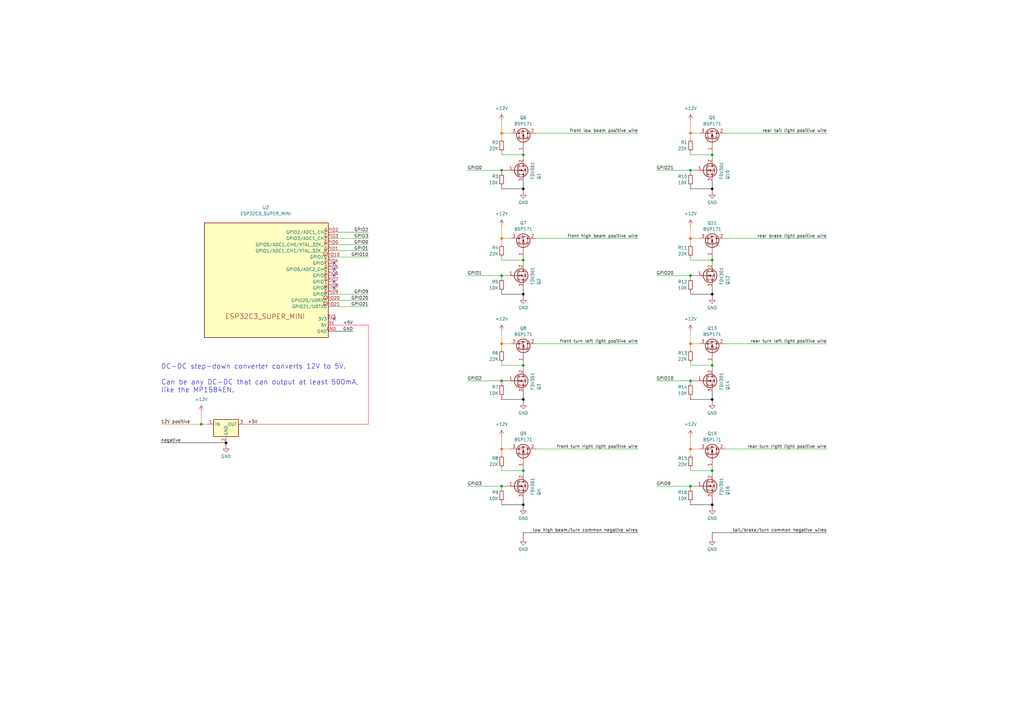
<source format=kicad_sch>
(kicad_sch (version 20250114) (generator "eeschema") (generator_version "9.0")
  (paper "A3")
  (lib_symbols
    (symbol "Converter_DCDC:OKI-78SR-3.3_1.5-W36-C"
      (property "Reference" "U" (at -3.81 3.175 0))
      (property "Value" "OKI-78SR-3.3_1.5-W36-C" (at 0 3.175 0))
      (symbol "OKI-78SR-3.3_1.5-W36-C_0_1"
        (rectangle (start -5.08 1.905) (end 5.08 -5.08) (stroke (width 0.254)) (fill (type background)))
      )
      (symbol "OKI-78SR-3.3_1.5-W36-C_1_1"
        (pin power_in line (at -7.62 0 0) (length 2.54) (name "IN") (number "1"))
        (pin power_in line (at 0 -7.62 90) (length 2.54) (name "GND") (number "2"))
        (pin power_out line (at 7.62 0 180) (length 2.54) (name "OUT") (number "3"))
      )
    )
    (symbol "Device:R_Small" (pin_numbers (hide yes)) (pin_names (offset 0.254) (hide yes))
      (property "Reference" "R" (at 0.762 0.508 0))
      (property "Value" "R_Small" (at 0.762 -1.016 0))
      (symbol "R_Small_0_1"
        (rectangle (start -0.762 1.778) (end 0.762 -1.778) (stroke (width 0.2032)))
      )
      (symbol "R_Small_1_1"
        (pin passive line (at 0 2.54 270) (length 0.762) (name "~") (number "1"))
        (pin passive line (at 0 -2.54 90) (length 0.762) (name "~") (number "2"))
      )
    )
    (symbol "Espressif:ESP32-C3-MINI-1"
      (property "Reference" "U2" (at 0.254 29.21 0))
      (property "Value" "ESP32C3_SUPER_MINI" (at 0.254 26.67 0))
      (symbol "ESP32-C3-MINI-1_0_1"
        (rectangle (start -25.4 22.86) (end 25.4 -24.13) (stroke (width 0.254)) (fill (type background)))
      )
      (symbol "ESP32-C3-MINI-1_1_0"
        (text "ESP32C3_SUPER_MINI" (at 0.508 -15.494 0) (effects (font (size 2 2))))
      )
      (symbol "ESP32-C3-MINI-1_1_1"
        (pin bidirectional line (at -27.94 19.05 0) (length 2.54) (name "GPIO2/ADC1_CH2") (number "GPIO2"))
        (pin bidirectional line (at -27.94 16.51 0) (length 2.54) (name "GPIO3/ADC1_CH3") (number "GPIO3"))
        (pin bidirectional line (at -27.94 13.97 0) (length 2.54) (name "GPIO0/ADC1_CH0/XTAL_32K_P") (number "GPIO0"))
        (pin bidirectional line (at -27.94 11.43 0) (length 2.54) (name "GPIO1/ADC1_CH1/XTAL_32K_N") (number "GPIO1"))
        (pin bidirectional line (at -27.94 8.89 0) (length 2.54) (name "GPIO10") (number "GPIO10"))
        (pin bidirectional line (at -27.94 6.35 0) (length 2.54) (name "GPIO4") (number "GPIO4"))
        (pin bidirectional line (at -27.94 3.81 0) (length 2.54) (name "GPIO5/ADC2_CH0") (number "GPIO5"))
        (pin bidirectional line (at -27.94 1.27 0) (length 2.54) (name "GPIO6") (number "GPIO6"))
        (pin bidirectional line (at -27.94 -1.27 0) (length 2.54) (name "GPIO7") (number "GPIO7"))
        (pin bidirectional line (at -27.94 -3.81 0) (length 2.54) (name "GPIO8") (number "GPIO8"))
        (pin bidirectional line (at -27.94 -6.35 0) (length 2.54) (name "GPIO9") (number "GPIO9"))
        (pin bidirectional line (at -27.94 -8.89 0) (length 2.54) (name "GPIO20/U0RXD") (number "GPIO20"))
        (pin bidirectional line (at -27.94 -11.43 0) (length 2.54) (name "GPIO21/U0TXD") (number "GPIO21"))
        (pin power_in line (at -27.94 -16.51 0) (length 2.54) (name "3V3") (number "3V3"))
        (pin power_in line (at -27.94 -19.05 0) (length 2.54) (name "5V") (number "5V"))
        (pin power_in line (at -27.94 -21.59 0) (length 2.54) (name "GND") (number "GND"))
      )
    )
    (symbol "Transistor_FET:BSP129" (pin_names (hide yes))
      (property "Reference" "Q" (at 5.08 1.905 0))
      (property "Value" "BSP129" (at 5.08 0 0))
      (symbol "BSP129_0_1"
        (polyline (pts (xy 0.254 1.905) (xy 0.254 -1.905)) (stroke (width 0.254)))
        (polyline (pts (xy 0.254 0) (xy -2.54 0)))
        (polyline (pts (xy 0.762 2.286) (xy 0.762 1.27)) (stroke (width 0.254)))
        (polyline (pts (xy 0.762 0.508) (xy 0.762 -0.508)) (stroke (width 0.254)))
        (polyline (pts (xy 0.762 -1.27) (xy 0.762 -2.286)) (stroke (width 0.254)))
        (polyline (pts (xy 0.762 -1.778) (xy 3.302 -1.778) (xy 3.302 1.778) (xy 0.762 1.778)))
        (polyline (pts (xy 1.016 0) (xy 2.032 0.381) (xy 2.032 -0.381) (xy 1.016 0)) (fill (type outline)))
        (circle (center 1.651 0) (radius 2.794) (stroke (width 0.254)))
        (polyline (pts (xy 2.54 2.54) (xy 2.54 1.778)))
        (circle (center 2.54 1.778) (radius 0.254) (fill (type outline)))
        (circle (center 2.54 -1.778) (radius 0.254) (fill (type outline)))
        (polyline (pts (xy 2.54 -2.54) (xy 2.54 0) (xy 0.762 0)))
        (polyline (pts (xy 2.794 0.508) (xy 2.921 0.381) (xy 3.683 0.381) (xy 3.81 0.254)))
        (polyline (pts (xy 3.302 0.381) (xy 2.921 -0.254) (xy 3.683 -0.254) (xy 3.302 0.381)))
      )
      (symbol "BSP129_1_1"
        (pin input line (at -5.08 0 0) (length 5.08) (name "G") (number "1"))
        (pin passive line (at 2.54 5.08 270) (length 2.54) (name "D") (number "2"))
        (pin passive line (at 2.54 -5.08 90) (length 2.54) (name "S") (number "3"))
      )
    )
    (symbol "Transistor_FET:IRF9540N" (pin_names (hide yes))
      (property "Reference" "Q" (at 5.08 1.905 0))
      (property "Value" "IRF9540N" (at 5.08 0 0))
      (symbol "IRF9540N_0_1"
        (polyline (pts (xy 0.254 1.905) (xy 0.254 -1.905)) (stroke (width 0.254)))
        (polyline (pts (xy 0.254 0) (xy -2.54 0)))
        (polyline (pts (xy 0.762 2.286) (xy 0.762 1.27)) (stroke (width 0.254)))
        (polyline (pts (xy 0.762 1.778) (xy 3.302 1.778) (xy 3.302 -1.778) (xy 0.762 -1.778)))
        (polyline (pts (xy 0.762 0.508) (xy 0.762 -0.508)) (stroke (width 0.254)))
        (polyline (pts (xy 0.762 -1.27) (xy 0.762 -2.286)) (stroke (width 0.254)))
        (circle (center 1.651 0) (radius 2.794) (stroke (width 0.254)))
        (polyline (pts (xy 2.286 0) (xy 1.27 0.381) (xy 1.27 -0.381) (xy 2.286 0)) (fill (type outline)))
        (polyline (pts (xy 2.54 2.54) (xy 2.54 1.778)))
        (circle (center 2.54 1.778) (radius 0.254) (fill (type outline)))
        (circle (center 2.54 -1.778) (radius 0.254) (fill (type outline)))
        (polyline (pts (xy 2.54 -2.54) (xy 2.54 0) (xy 0.762 0)))
        (polyline (pts (xy 2.794 -0.508) (xy 2.921 -0.381) (xy 3.683 -0.381) (xy 3.81 -0.254)))
        (polyline (pts (xy 3.302 -0.381) (xy 2.921 0.254) (xy 3.683 0.254) (xy 3.302 -0.381)))
      )
      (symbol "IRF9540N_1_1"
        (pin input line (at -5.08 0 0) (length 2.54) (name "G") (number "1"))
        (pin passive line (at 2.54 5.08 270) (length 2.54) (name "D") (number "2"))
        (pin passive line (at 2.54 -5.08 90) (length 2.54) (name "S") (number "3"))
      )
    )
    (symbol "power:+12V" (power) (pin_names (offset 0))
      (property "Value" "+12V" (at 0 3.556 0))
      (symbol "+12V_0_1"
        (polyline (pts (xy -0.762 1.27) (xy 0 2.54)))
        (polyline (pts (xy 0 2.54) (xy 0.762 1.27)))
        (polyline (pts (xy 0 0) (xy 0 2.54)))
      )
      (symbol "+12V_1_1"
        (pin power_in line (at 0 0 90) (length 0) (hide yes) (name "+12V") (number "1"))
      )
    )
    (symbol "power:GND" (power) (pin_names (offset 0))
      (property "Value" "GND" (at 0 -3.81 0))
      (symbol "GND_0_1"
        (polyline (pts (xy 0 0) (xy 0 -1.27) (xy 1.27 -1.27) (xy 0 -2.54) (xy -1.27 -1.27) (xy 0 -1.27)))
      )
      (symbol "GND_1_1"
        (pin power_in line (at 0 0 270) (length 0) (hide yes) (name "GND") (number "1"))
      )
    )
  )
  (text "DC-DC step-down converter converts 12V to 5V.\n\nCan be any DC-DC that can output at least 500mA,\nlike the MP1584EN." (at 66.04 161.29 0) (effects (font (size 2.0066 2.0066)) (justify left bottom)))
  (junction (at 205.74 140.97) (color 204 102 0 1))
  (junction (at 214.63 149.86))
  (junction (at 205.74 113.03))
  (junction (at 205.74 54.61) (color 204 102 0 1))
  (junction (at 214.63 193.04))
  (junction (at 214.63 207.01) (color 0 0 0 1))
  (junction (at 283.21 156.21))
  (junction (at 205.74 69.85))
  (junction (at 214.63 106.68))
  (junction (at 292.1 77.47) (color 0 0 0 1))
  (junction (at 283.21 113.03))
  (junction (at 92.71 181.61) (color 0 0 0 1))
  (junction (at 292.1 106.68))
  (junction (at 283.21 54.61) (color 204 102 0 1))
  (junction (at 283.21 199.39))
  (junction (at 283.21 140.97) (color 204 102 0 1))
  (junction (at 214.63 120.65) (color 0 0 0 1))
  (junction (at 292.1 207.01) (color 0 0 0 1))
  (junction (at 292.1 163.83) (color 0 0 0 1))
  (junction (at 214.63 163.83) (color 0 0 0 1))
  (junction (at 205.74 156.21))
  (junction (at 205.74 97.79) (color 204 102 0 1))
  (junction (at 205.74 184.15) (color 204 102 0 1))
  (junction (at 292.1 149.86))
  (junction (at 283.21 97.79) (color 204 102 0 1))
  (junction (at 283.21 69.85))
  (junction (at 292.1 63.5))
  (junction (at 214.63 77.47) (color 0 0 0 1))
  (junction (at 205.74 199.39))
  (junction (at 214.63 63.5))
  (junction (at 82.55 173.99))
  (junction (at 283.21 184.15) (color 204 102 0 1))
  (junction (at 292.1 120.65) (color 0 0 0 1))
  (junction (at 292.1 193.04))
  (no_connect (at 137.16 130.81))
  (no_connect (at 137.16 107.95))
  (no_connect (at 137.16 113.03))
  (no_connect (at 137.16 110.49))
  (no_connect (at 137.16 115.57))
  (no_connect (at 137.16 118.11))
  (wire (pts (xy 66.04 181.61) (xy 92.71 181.61)) (stroke (width 0) (color 0 0 0 1)))
  (wire (pts (xy 205.74 119.38) (xy 205.74 120.65)) (stroke (width 0) (color 0 0 0 1)))
  (wire (pts (xy 283.21 193.04) (xy 292.1 193.04)))
  (wire (pts (xy 283.21 113.03) (xy 283.21 114.3)))
  (wire (pts (xy 205.74 184.15) (xy 205.74 186.69)) (stroke (width 0) (color 204 102 0 1)))
  (wire (pts (xy 292.1 193.04) (xy 292.1 194.31)))
  (wire (pts (xy 214.63 74.93) (xy 214.63 77.47)) (stroke (width 0) (color 0 0 0 1)))
  (wire (pts (xy 283.21 106.68) (xy 292.1 106.68)))
  (wire (pts (xy 339.09 97.79) (xy 297.18 97.79)))
  (wire (pts (xy 151.13 123.19) (xy 137.16 123.19)))
  (wire (pts (xy 191.77 199.39) (xy 205.74 199.39)))
  (wire (pts (xy 269.24 156.21) (xy 283.21 156.21)))
  (wire (pts (xy 207.01 69.85) (xy 205.74 69.85)))
  (wire (pts (xy 283.21 69.85) (xy 283.21 71.12)))
  (wire (pts (xy 191.77 156.21) (xy 205.74 156.21)))
  (wire (pts (xy 214.63 77.47) (xy 214.63 78.74)) (stroke (width 0) (color 0 0 0 1)))
  (wire (pts (xy 214.63 161.29) (xy 214.63 163.83)) (stroke (width 0) (color 0 0 0 1)))
  (wire (pts (xy 205.74 162.56) (xy 205.74 163.83)) (stroke (width 0) (color 0 0 0 1)))
  (wire (pts (xy 283.21 184.15) (xy 283.21 186.69)) (stroke (width 0) (color 204 102 0 1)))
  (wire (pts (xy 283.21 62.23) (xy 283.21 63.5)))
  (wire (pts (xy 292.1 218.44) (xy 292.1 220.98)) (stroke (width 0) (color 0 0 0 1)))
  (wire (pts (xy 269.24 113.03) (xy 283.21 113.03)))
  (wire (pts (xy 205.74 156.21) (xy 205.74 157.48)))
  (wire (pts (xy 214.63 149.86) (xy 214.63 151.13)))
  (wire (pts (xy 283.21 76.2) (xy 283.21 77.47)) (stroke (width 0) (color 0 0 0 1)))
  (wire (pts (xy 283.21 77.47) (xy 292.1 77.47)) (stroke (width 0) (color 0 0 0 1)))
  (wire (pts (xy 151.13 125.73) (xy 137.16 125.73)))
  (wire (pts (xy 339.09 184.15) (xy 297.18 184.15)))
  (wire (pts (xy 205.74 184.15) (xy 205.74 179.07)) (stroke (width 0) (color 204 102 0 1)))
  (wire (pts (xy 151.13 95.25) (xy 137.16 95.25)))
  (wire (pts (xy 214.63 63.5) (xy 214.63 64.77)))
  (wire (pts (xy 205.74 63.5) (xy 214.63 63.5)))
  (wire (pts (xy 292.1 120.65) (xy 292.1 121.92)) (stroke (width 0) (color 0 0 0 1)))
  (wire (pts (xy 205.74 54.61) (xy 209.55 54.61)) (stroke (width 0) (color 204 102 0 1)))
  (wire (pts (xy 205.74 97.79) (xy 205.74 100.33)) (stroke (width 0) (color 204 102 0 1)))
  (wire (pts (xy 292.1 77.47) (xy 292.1 78.74)) (stroke (width 0) (color 0 0 0 1)))
  (wire (pts (xy 191.77 113.03) (xy 205.74 113.03)))
  (wire (pts (xy 283.21 184.15) (xy 287.02 184.15)) (stroke (width 0) (color 204 102 0 1)))
  (wire (pts (xy 205.74 207.01) (xy 214.63 207.01)) (stroke (width 0) (color 0 0 0 1)))
  (wire (pts (xy 284.48 156.21) (xy 283.21 156.21)))
  (wire (pts (xy 283.21 140.97) (xy 283.21 143.51)) (stroke (width 0) (color 204 102 0 1)))
  (wire (pts (xy 100.33 173.99) (xy 151.13 173.99)) (stroke (width 0) (color 255 0 0 1)))
  (wire (pts (xy 292.1 62.23) (xy 292.1 63.5)))
  (wire (pts (xy 292.1 191.77) (xy 292.1 193.04)))
  (wire (pts (xy 214.63 163.83) (xy 214.63 165.1)) (stroke (width 0) (color 0 0 0 1)))
  (wire (pts (xy 214.63 118.11) (xy 214.63 120.65)) (stroke (width 0) (color 0 0 0 1)))
  (wire (pts (xy 214.63 191.77) (xy 214.63 193.04)))
  (wire (pts (xy 144.78 135.89) (xy 137.16 135.89)) (stroke (width 0) (color 0 0 0 1)))
  (wire (pts (xy 85.09 173.99) (xy 82.55 173.99)) (stroke (width 0) (color 204 102 0 1)))
  (wire (pts (xy 151.13 105.41) (xy 137.16 105.41)))
  (wire (pts (xy 205.74 184.15) (xy 209.55 184.15)) (stroke (width 0) (color 204 102 0 1)))
  (wire (pts (xy 205.74 120.65) (xy 214.63 120.65)) (stroke (width 0) (color 0 0 0 1)))
  (wire (pts (xy 207.01 199.39) (xy 205.74 199.39)))
  (wire (pts (xy 191.77 69.85) (xy 205.74 69.85)))
  (wire (pts (xy 205.74 62.23) (xy 205.74 63.5)))
  (wire (pts (xy 292.1 204.47) (xy 292.1 207.01)) (stroke (width 0) (color 0 0 0 1)))
  (wire (pts (xy 207.01 113.03) (xy 205.74 113.03)))
  (wire (pts (xy 205.74 54.61) (xy 205.74 57.15)) (stroke (width 0) (color 204 102 0 1)))
  (wire (pts (xy 292.1 105.41) (xy 292.1 106.68)))
  (wire (pts (xy 283.21 199.39) (xy 283.21 200.66)))
  (wire (pts (xy 284.48 69.85) (xy 283.21 69.85)))
  (wire (pts (xy 283.21 54.61) (xy 287.02 54.61)) (stroke (width 0) (color 204 102 0 1)))
  (wire (pts (xy 283.21 184.15) (xy 283.21 179.07)) (stroke (width 0) (color 204 102 0 1)))
  (wire (pts (xy 66.04 173.99) (xy 82.55 173.99)) (stroke (width 0) (color 204 102 0 1)))
  (wire (pts (xy 214.63 218.44) (xy 214.63 220.98)) (stroke (width 0) (color 0 0 0 1)))
  (wire (pts (xy 283.21 97.79) (xy 287.02 97.79)) (stroke (width 0) (color 204 102 0 1)))
  (wire (pts (xy 283.21 163.83) (xy 292.1 163.83)) (stroke (width 0) (color 0 0 0 1)))
  (wire (pts (xy 292.1 207.01) (xy 292.1 208.28)) (stroke (width 0) (color 0 0 0 1)))
  (wire (pts (xy 137.16 133.35) (xy 151.13 133.35)) (stroke (width 0) (color 255 0 0 1)))
  (wire (pts (xy 283.21 97.79) (xy 283.21 100.33)) (stroke (width 0) (color 204 102 0 1)))
  (wire (pts (xy 292.1 163.83) (xy 292.1 165.1)) (stroke (width 0) (color 0 0 0 1)))
  (wire (pts (xy 92.71 181.61) (xy 92.71 182.88)) (stroke (width 0) (color 0 0 0 1)))
  (wire (pts (xy 292.1 63.5) (xy 292.1 64.77)))
  (wire (pts (xy 205.74 205.74) (xy 205.74 207.01)) (stroke (width 0) (color 0 0 0 1)))
  (wire (pts (xy 205.74 140.97) (xy 205.74 135.89)) (stroke (width 0) (color 204 102 0 1)))
  (wire (pts (xy 292.1 106.68) (xy 292.1 107.95)))
  (wire (pts (xy 283.21 191.77) (xy 283.21 193.04)))
  (wire (pts (xy 214.63 204.47) (xy 214.63 207.01)) (stroke (width 0) (color 0 0 0 1)))
  (wire (pts (xy 283.21 156.21) (xy 283.21 157.48)))
  (wire (pts (xy 205.74 69.85) (xy 205.74 71.12)))
  (wire (pts (xy 214.63 62.23) (xy 214.63 63.5)))
  (wire (pts (xy 205.74 193.04) (xy 214.63 193.04)))
  (wire (pts (xy 205.74 148.59) (xy 205.74 149.86)))
  (wire (pts (xy 283.21 207.01) (xy 292.1 207.01)) (stroke (width 0) (color 0 0 0 1)))
  (wire (pts (xy 151.13 100.33) (xy 137.16 100.33)))
  (wire (pts (xy 214.63 193.04) (xy 214.63 194.31)))
  (wire (pts (xy 292.1 161.29) (xy 292.1 163.83)) (stroke (width 0) (color 0 0 0 1)))
  (wire (pts (xy 151.13 133.35) (xy 151.13 173.99)) (stroke (width 0) (color 255 0 0 1)))
  (wire (pts (xy 283.21 162.56) (xy 283.21 163.83)) (stroke (width 0) (color 0 0 0 1)))
  (wire (pts (xy 261.62 54.61) (xy 219.71 54.61)))
  (wire (pts (xy 205.74 113.03) (xy 205.74 114.3)))
  (wire (pts (xy 205.74 97.79) (xy 205.74 92.71)) (stroke (width 0) (color 204 102 0 1)))
  (wire (pts (xy 205.74 140.97) (xy 205.74 143.51)) (stroke (width 0) (color 204 102 0 1)))
  (wire (pts (xy 261.62 97.79) (xy 219.71 97.79)))
  (wire (pts (xy 151.13 97.79) (xy 137.16 97.79)))
  (wire (pts (xy 283.21 140.97) (xy 283.21 135.89)) (stroke (width 0) (color 204 102 0 1)))
  (wire (pts (xy 207.01 156.21) (xy 205.74 156.21)))
  (wire (pts (xy 214.63 120.65) (xy 214.63 121.92)) (stroke (width 0) (color 0 0 0 1)))
  (wire (pts (xy 214.63 105.41) (xy 214.63 106.68)))
  (wire (pts (xy 205.74 76.2) (xy 205.74 77.47)) (stroke (width 0) (color 0 0 0 1)))
  (wire (pts (xy 205.74 199.39) (xy 205.74 200.66)))
  (wire (pts (xy 283.21 54.61) (xy 283.21 57.15)) (stroke (width 0) (color 204 102 0 1)))
  (wire (pts (xy 151.13 102.87) (xy 137.16 102.87)))
  (wire (pts (xy 283.21 149.86) (xy 292.1 149.86)))
  (wire (pts (xy 205.74 191.77) (xy 205.74 193.04)))
  (wire (pts (xy 283.21 97.79) (xy 283.21 92.71)) (stroke (width 0) (color 204 102 0 1)))
  (wire (pts (xy 205.74 77.47) (xy 214.63 77.47)) (stroke (width 0) (color 0 0 0 1)))
  (wire (pts (xy 151.13 120.65) (xy 137.16 120.65)))
  (wire (pts (xy 283.21 63.5) (xy 292.1 63.5)))
  (wire (pts (xy 283.21 205.74) (xy 283.21 207.01)) (stroke (width 0) (color 0 0 0 1)))
  (wire (pts (xy 269.24 199.39) (xy 283.21 199.39)))
  (wire (pts (xy 339.09 218.44) (xy 292.1 218.44)) (stroke (width 0) (color 0 0 0 1)))
  (wire (pts (xy 261.62 184.15) (xy 219.71 184.15)))
  (wire (pts (xy 292.1 148.59) (xy 292.1 149.86)))
  (wire (pts (xy 283.21 140.97) (xy 287.02 140.97)) (stroke (width 0) (color 204 102 0 1)))
  (wire (pts (xy 214.63 207.01) (xy 214.63 208.28)) (stroke (width 0) (color 0 0 0 1)))
  (wire (pts (xy 205.74 105.41) (xy 205.74 106.68)))
  (wire (pts (xy 205.74 97.79) (xy 209.55 97.79)) (stroke (width 0) (color 204 102 0 1)))
  (wire (pts (xy 284.48 199.39) (xy 283.21 199.39)))
  (wire (pts (xy 339.09 54.61) (xy 297.18 54.61)))
  (wire (pts (xy 214.63 148.59) (xy 214.63 149.86)))
  (wire (pts (xy 283.21 120.65) (xy 292.1 120.65)) (stroke (width 0) (color 0 0 0 1)))
  (wire (pts (xy 292.1 149.86) (xy 292.1 151.13)))
  (wire (pts (xy 205.74 163.83) (xy 214.63 163.83)) (stroke (width 0) (color 0 0 0 1)))
  (wire (pts (xy 339.09 140.97) (xy 297.18 140.97)))
  (wire (pts (xy 205.74 106.68) (xy 214.63 106.68)))
  (wire (pts (xy 292.1 118.11) (xy 292.1 120.65)) (stroke (width 0) (color 0 0 0 1)))
  (wire (pts (xy 82.55 173.99) (xy 82.55 168.91)) (stroke (width 0) (color 204 102 0 1)))
  (wire (pts (xy 283.21 105.41) (xy 283.21 106.68)))
  (wire (pts (xy 205.74 140.97) (xy 209.55 140.97)) (stroke (width 0) (color 204 102 0 1)))
  (wire (pts (xy 283.21 54.61) (xy 283.21 49.53)) (stroke (width 0) (color 204 102 0 1)))
  (wire (pts (xy 261.62 140.97) (xy 219.71 140.97)))
  (wire (pts (xy 214.63 106.68) (xy 214.63 107.95)))
  (wire (pts (xy 261.62 218.44) (xy 214.63 218.44)) (stroke (width 0) (color 0 0 0 1)))
  (wire (pts (xy 284.48 113.03) (xy 283.21 113.03)))
  (wire (pts (xy 269.24 69.85) (xy 283.21 69.85)))
  (wire (pts (xy 283.21 148.59) (xy 283.21 149.86)))
  (wire (pts (xy 205.74 149.86) (xy 214.63 149.86)))
  (wire (pts (xy 205.74 54.61) (xy 205.74 49.53)) (stroke (width 0) (color 204 102 0 1)))
  (wire (pts (xy 292.1 74.93) (xy 292.1 77.47)) (stroke (width 0) (color 0 0 0 1)))
  (wire (pts (xy 283.21 119.38) (xy 283.21 120.65)) (stroke (width 0) (color 0 0 0 1)))
  (label "GPIO20" (at 151.13 123.19 180))
  (label "GPIO3" (at 191.77 199.39 0))
  (label "rear turn right light positive wire" (at 339.09 184.15 180))
  (label "GPIO2" (at 151.13 95.25 180))
  (label "tail{slash}brake{slash}turn common negative wires" (at 339.09 218.44 180))
  (label "GPIO1" (at 191.77 113.03 0))
  (label "GND" (at 144.78 135.89 180))
  (label "GPIO3" (at 151.13 97.79 180))
  (label "rear turn left light positive wire" (at 339.09 140.97 180))
  (label "front turn right light positive wire" (at 261.62 184.15 180))
  (label "GPIO21" (at 269.24 69.85 0))
  (label "GPIO9" (at 269.24 199.39 0))
  (label "12V positive" (at 66.04 173.99 0))
  (label "low high beam{slash}turn common negative wires" (at 261.62 218.44 180))
  (label "front high beam positive wire" (at 261.62 97.79 180))
  (label "rear tail light positive wire" (at 339.09 54.61 180))
  (label "GPIO21" (at 151.13 125.73 180))
  (label "+5V" (at 144.78 133.35 180))
  (label "negative" (at 66.04 181.61 0))
  (label "GPIO0" (at 191.77 69.85 0))
  (label "front turn left light positive wire" (at 261.62 140.97 180))
  (label "rear brake light positive wire" (at 339.09 97.79 180))
  (label "GPIO2" (at 191.77 156.21 0))
  (label "GPIO20" (at 269.24 113.03 0))
  (label "GPIO10" (at 269.24 156.21 0))
  (label "front low beam positive wire" (at 261.62 54.61 180))
  (label "GPIO1" (at 151.13 102.87 180))
  (label "+5V" (at 101.6 173.99 0))
  (label "GPIO9" (at 151.13 120.65 180))
  (label "GPIO0" (at 151.13 100.33 180))
  (label "GPIO10" (at 151.13 105.41 180))
  (symbol (lib_id "Transistor_FET:BSP129") (at 289.56 113.03 0) (unit 1)
    (property "Reference" "Q12" (at 298.45 116.84 90) (effects (justify left)))
    (property "Value" "FDV301" (at 295.91 116.84 90) (effects (justify left)))
    (property "Footprint" "Package_TO_SOT_SMD:SOT-223-3_TabPin2" (effects (hide yes)))
    (property "Datasheet" "https://www.infineon.com/dgdl/Infineon-BSP129-DS-v01_42-en.pdf?fileId=db3a30433c1a8752013c1fc296d2395f" (effects (hide yes)))
  )
  (symbol (lib_id "power:GND") (at 214.63 208.28 0) (unit 1)
    (property "Reference" "#PWR010" (effects (hide yes)))
    (property "Value" "GND" (at 214.63 212.598 0))
  )
  (symbol (lib_id "Transistor_FET:IRF9540N") (at 214.63 143.51 270) (mirror x) (unit 1)
    (property "Reference" "Q8" (at 214.63 134.62 90))
    (property "Value" "BSP171" (at 214.63 137.16 90))
    (property "Footprint" "Package_TO_SOT_THT:TO-220-3_Vertical" (effects (hide yes)))
    (property "Datasheet" "http://www.irf.com/product-info/datasheets/data/irf9540n.pdf" (effects (hide yes)))
  )
  (symbol (lib_id "Device:R_Small") (at 283.21 73.66 0) (mirror x) (unit 1)
    (property "Reference" "R10" (at 281.94 72.39 0) (effects (justify right)))
    (property "Value" "10K" (at 281.94 74.93 0) (effects (justify right)))
  )
  (symbol (lib_id "Transistor_FET:IRF9540N") (at 214.63 57.15 270) (mirror x) (unit 1)
    (property "Reference" "Q6" (at 214.63 48.26 90))
    (property "Value" "BSP171" (at 214.63 50.8 90))
    (property "Footprint" "Package_TO_SOT_THT:TO-220-3_Vertical" (effects (hide yes)))
    (property "Datasheet" "http://www.irf.com/product-info/datasheets/data/irf9540n.pdf" (effects (hide yes)))
  )
  (symbol (lib_id "power:+12V") (at 205.74 179.07 0) (mirror y) (unit 1)
    (property "Reference" "#PWR06" (effects (hide yes)))
    (property "Value" "+12V" (at 205.74 173.99 0))
  )
  (symbol (lib_id "Transistor_FET:BSP129") (at 289.56 199.39 0) (unit 1)
    (property "Reference" "Q16" (at 298.45 203.2 90) (effects (justify left)))
    (property "Value" "FDV301" (at 295.91 203.2 90) (effects (justify left)))
    (property "Footprint" "Package_TO_SOT_SMD:SOT-223-3_TabPin2" (effects (hide yes)))
    (property "Datasheet" "https://www.infineon.com/dgdl/Infineon-BSP129-DS-v01_42-en.pdf?fileId=db3a30433c1a8752013c1fc296d2395f" (effects (hide yes)))
  )
  (symbol (lib_id "power:+12V") (at 205.74 49.53 0) (mirror y) (unit 1)
    (property "Reference" "#PWR03" (effects (hide yes)))
    (property "Value" "+12V" (at 205.74 44.45 0))
  )
  (symbol (lib_id "Transistor_FET:IRF9540N") (at 292.1 57.15 270) (mirror x) (unit 1)
    (property "Reference" "Q5" (at 292.1 48.26 90))
    (property "Value" "BSP171" (at 292.1 50.8 90))
    (property "Footprint" "Package_TO_SOT_THT:TO-220-3_Vertical" (effects (hide yes)))
    (property "Datasheet" "http://www.irf.com/product-info/datasheets/data/irf9540n.pdf" (effects (hide yes)))
  )
  (symbol (lib_id "Transistor_FET:BSP129") (at 212.09 156.21 0) (unit 1)
    (property "Reference" "Q3" (at 220.98 160.02 90) (effects (justify left)))
    (property "Value" "FDV301" (at 218.44 160.02 90) (effects (justify left)))
    (property "Footprint" "Package_TO_SOT_SMD:SOT-223-3_TabPin2" (effects (hide yes)))
    (property "Datasheet" "https://www.infineon.com/dgdl/Infineon-BSP129-DS-v01_42-en.pdf?fileId=db3a30433c1a8752013c1fc296d2395f" (effects (hide yes)))
  )
  (symbol (lib_id "power:GND") (at 214.63 220.98 0) (unit 1)
    (property "Reference" "#PWR011" (effects (hide yes)))
    (property "Value" "GND" (at 214.63 225.298 0))
  )
  (symbol (lib_id "Transistor_FET:IRF9540N") (at 214.63 100.33 270) (mirror x) (unit 1)
    (property "Reference" "Q7" (at 214.63 91.44 90))
    (property "Value" "BSP171" (at 214.63 93.98 90))
    (property "Footprint" "Package_TO_SOT_THT:TO-220-3_Vertical" (effects (hide yes)))
    (property "Datasheet" "http://www.irf.com/product-info/datasheets/data/irf9540n.pdf" (effects (hide yes)))
  )
  (symbol (lib_id "Device:R_Small") (at 205.74 189.23 0) (unit 1)
    (property "Reference" "R8" (at 204.47 187.96 0) (effects (justify right)))
    (property "Value" "22K" (at 204.47 190.5 0) (effects (justify right)))
  )
  (symbol (lib_id "power:GND") (at 292.1 165.1 0) (unit 1)
    (property "Reference" "#PWR018" (effects (hide yes)))
    (property "Value" "GND" (at 292.1 169.418 0))
  )
  (symbol (lib_id "power:GND") (at 92.71 182.88 0) (unit 1)
    (property "Reference" "#PWR013" (effects (hide yes)))
    (property "Value" "GND" (at 92.71 187.198 0))
  )
  (symbol (lib_id "Device:R_Small") (at 205.74 146.05 0) (unit 1)
    (property "Reference" "R6" (at 204.47 144.78 0) (effects (justify right)))
    (property "Value" "22K" (at 204.47 147.32 0) (effects (justify right)))
  )
  (symbol (lib_id "power:GND") (at 292.1 208.28 0) (unit 1)
    (property "Reference" "#PWR020" (effects (hide yes)))
    (property "Value" "GND" (at 292.1 212.598 0))
  )
  (symbol (lib_id "power:GND") (at 292.1 220.98 0) (unit 1)
    (property "Reference" "#PWR021" (effects (hide yes)))
    (property "Value" "GND" (at 292.1 225.298 0))
  )
  (symbol (lib_id "power:+12V") (at 283.21 179.07 0) (mirror y) (unit 1)
    (property "Reference" "#PWR019" (effects (hide yes)))
    (property "Value" "+12V" (at 283.21 173.99 0))
  )
  (symbol (lib_id "Transistor_FET:BSP129") (at 289.56 69.85 0) (unit 1)
    (property "Reference" "Q10" (at 298.45 73.66 90) (effects (justify left)))
    (property "Value" "FDV301" (at 295.91 73.66 90) (effects (justify left)))
    (property "Footprint" "Package_TO_SOT_SMD:SOT-223-3_TabPin2" (effects (hide yes)))
    (property "Datasheet" "https://www.infineon.com/dgdl/Infineon-BSP129-DS-v01_42-en.pdf?fileId=db3a30433c1a8752013c1fc296d2395f" (effects (hide yes)))
  )
  (symbol (lib_id "power:GND") (at 214.63 78.74 0) (unit 1)
    (property "Reference" "#PWR07" (effects (hide yes)))
    (property "Value" "GND" (at 214.63 83.058 0))
  )
  (symbol (lib_id "power:+12V") (at 205.74 92.71 0) (mirror y) (unit 1)
    (property "Reference" "#PWR04" (effects (hide yes)))
    (property "Value" "+12V" (at 205.74 87.63 0))
  )
  (symbol (lib_id "power:+12V") (at 205.74 135.89 0) (mirror y) (unit 1)
    (property "Reference" "#PWR05" (effects (hide yes)))
    (property "Value" "+12V" (at 205.74 130.81 0))
  )
  (symbol (lib_id "Device:R_Small") (at 205.74 102.87 0) (unit 1)
    (property "Reference" "R4" (at 204.47 101.6 0) (effects (justify right)))
    (property "Value" "22K" (at 204.47 104.14 0) (effects (justify right)))
  )
  (symbol (lib_id "Transistor_FET:BSP129") (at 212.09 113.03 0) (unit 1)
    (property "Reference" "Q2" (at 220.98 116.84 90) (effects (justify left)))
    (property "Value" "FDV301" (at 218.44 116.84 90) (effects (justify left)))
    (property "Footprint" "Package_TO_SOT_SMD:SOT-223-3_TabPin2" (effects (hide yes)))
    (property "Datasheet" "https://www.infineon.com/dgdl/Infineon-BSP129-DS-v01_42-en.pdf?fileId=db3a30433c1a8752013c1fc296d2395f" (effects (hide yes)))
  )
  (symbol (lib_id "Transistor_FET:BSP129") (at 212.09 199.39 0) (unit 1)
    (property "Reference" "Q4" (at 220.98 203.2 90) (effects (justify left)))
    (property "Value" "FDV301" (at 218.44 203.2 90) (effects (justify left)))
    (property "Footprint" "Package_TO_SOT_SMD:SOT-223-3_TabPin2" (effects (hide yes)))
    (property "Datasheet" "https://www.infineon.com/dgdl/Infineon-BSP129-DS-v01_42-en.pdf?fileId=db3a30433c1a8752013c1fc296d2395f" (effects (hide yes)))
  )
  (symbol (lib_id "Espressif:ESP32-C3-MINI-1") (at 109.22 114.3 0) (mirror y) (unit 1)
    (property "Reference" "U2" (at 108.966 85.09 0))
    (property "Value" "ESP32C3_SUPER_MINI" (at 108.966 87.63 0))
  )
  (symbol (lib_id "power:GND") (at 292.1 78.74 0) (unit 1)
    (property "Reference" "#PWR02" (effects (hide yes)))
    (property "Value" "GND" (at 292.1 83.058 0))
  )
  (symbol (lib_id "power:+12V") (at 82.55 168.91 0) (mirror y) (unit 1)
    (property "Reference" "#PWR014" (effects (hide yes)))
    (property "Value" "+12V" (at 82.55 163.83 0))
  )
  (symbol (lib_id "Transistor_FET:IRF9540N") (at 292.1 186.69 270) (mirror x) (unit 1)
    (property "Reference" "Q15" (at 292.1 177.8 90))
    (property "Value" "BSP171" (at 292.1 180.34 90))
    (property "Footprint" "Package_TO_SOT_THT:TO-220-3_Vertical" (effects (hide yes)))
    (property "Datasheet" "http://www.irf.com/product-info/datasheets/data/irf9540n.pdf" (effects (hide yes)))
  )
  (symbol (lib_id "Device:R_Small") (at 205.74 160.02 0) (mirror x) (unit 1)
    (property "Reference" "R7" (at 204.47 158.75 0) (effects (justify right)))
    (property "Value" "10K" (at 204.47 161.29 0) (effects (justify right)))
  )
  (symbol (lib_id "power:+12V") (at 283.21 92.71 0) (mirror y) (unit 1)
    (property "Reference" "#PWR015" (effects (hide yes)))
    (property "Value" "+12V" (at 283.21 87.63 0))
  )
  (symbol (lib_id "Transistor_FET:IRF9540N") (at 214.63 186.69 270) (mirror x) (unit 1)
    (property "Reference" "Q9" (at 214.63 177.8 90))
    (property "Value" "BSP171" (at 214.63 180.34 90))
    (property "Footprint" "Package_TO_SOT_THT:TO-220-3_Vertical" (effects (hide yes)))
    (property "Datasheet" "http://www.irf.com/product-info/datasheets/data/irf9540n.pdf" (effects (hide yes)))
  )
  (symbol (lib_id "Transistor_FET:IRF9540N") (at 292.1 100.33 270) (mirror x) (unit 1)
    (property "Reference" "Q11" (at 292.1 91.44 90))
    (property "Value" "BSP171" (at 292.1 93.98 90))
    (property "Footprint" "Package_TO_SOT_THT:TO-220-3_Vertical" (effects (hide yes)))
    (property "Datasheet" "http://www.irf.com/product-info/datasheets/data/irf9540n.pdf" (effects (hide yes)))
  )
  (symbol (lib_id "Device:R_Small") (at 283.21 116.84 0) (mirror x) (unit 1)
    (property "Reference" "R12" (at 281.94 115.57 0) (effects (justify right)))
    (property "Value" "10K" (at 281.94 118.11 0) (effects (justify right)))
  )
  (symbol (lib_id "Transistor_FET:IRF9540N") (at 292.1 143.51 270) (mirror x) (unit 1)
    (property "Reference" "Q13" (at 292.1 134.62 90))
    (property "Value" "BSP171" (at 292.1 137.16 90))
    (property "Footprint" "Package_TO_SOT_THT:TO-220-3_Vertical" (effects (hide yes)))
    (property "Datasheet" "http://www.irf.com/product-info/datasheets/data/irf9540n.pdf" (effects (hide yes)))
  )
  (symbol (lib_id "Converter_DCDC:OKI-78SR-3.3_1.5-W36-C") (at 92.71 173.99 0) (unit 1)
    (property "Reference" "U1" (effects (hide yes)))
    (property "Value" "Step-down converter  to 3.3V" (effects (hide yes)))
    (property "Footprint" "Converter_DCDC:Converter_DCDC_Murata_OKI-78SR_Vertical" (effects (hide yes)))
    (property "Datasheet" "https://power.murata.com/data/power/oki-78sr.pdf" (effects (hide yes)))
  )
  (symbol (lib_id "Device:R_Small") (at 283.21 203.2 0) (mirror x) (unit 1)
    (property "Reference" "R16" (at 281.94 201.93 0) (effects (justify right)))
    (property "Value" "10K" (at 281.94 204.47 0) (effects (justify right)))
  )
  (symbol (lib_id "Device:R_Small") (at 283.21 189.23 0) (unit 1)
    (property "Reference" "R15" (at 281.94 187.96 0) (effects (justify right)))
    (property "Value" "22K" (at 281.94 190.5 0) (effects (justify right)))
  )
  (symbol (lib_id "power:+12V") (at 283.21 135.89 0) (mirror y) (unit 1)
    (property "Reference" "#PWR017" (effects (hide yes)))
    (property "Value" "+12V" (at 283.21 130.81 0))
  )
  (symbol (lib_id "Device:R_Small") (at 283.21 59.69 0) (unit 1)
    (property "Reference" "R1" (at 281.94 58.42 0) (effects (justify right)))
    (property "Value" "22K" (at 281.94 60.96 0) (effects (justify right)))
  )
  (symbol (lib_id "Transistor_FET:BSP129") (at 289.56 156.21 0) (unit 1)
    (property "Reference" "Q14" (at 298.45 160.02 90) (effects (justify left)))
    (property "Value" "FDV301" (at 295.91 160.02 90) (effects (justify left)))
    (property "Footprint" "Package_TO_SOT_SMD:SOT-223-3_TabPin2" (effects (hide yes)))
    (property "Datasheet" "https://www.infineon.com/dgdl/Infineon-BSP129-DS-v01_42-en.pdf?fileId=db3a30433c1a8752013c1fc296d2395f" (effects (hide yes)))
  )
  (symbol (lib_id "power:+12V") (at 283.21 49.53 0) (mirror y) (unit 1)
    (property "Reference" "#PWR01" (effects (hide yes)))
    (property "Value" "+12V" (at 283.21 44.45 0))
  )
  (symbol (lib_id "Device:R_Small") (at 283.21 102.87 0) (unit 1)
    (property "Reference" "R11" (at 281.94 101.6 0) (effects (justify right)))
    (property "Value" "22K" (at 281.94 104.14 0) (effects (justify right)))
  )
  (symbol (lib_id "Device:R_Small") (at 205.74 59.69 0) (unit 1)
    (property "Reference" "R2" (at 204.47 58.42 0) (effects (justify right)))
    (property "Value" "22K" (at 204.47 60.96 0) (effects (justify right)))
  )
  (symbol (lib_id "Device:R_Small") (at 283.21 146.05 0) (unit 1)
    (property "Reference" "R13" (at 281.94 144.78 0) (effects (justify right)))
    (property "Value" "22K" (at 281.94 147.32 0) (effects (justify right)))
  )
  (symbol (lib_id "Device:R_Small") (at 205.74 203.2 0) (mirror x) (unit 1)
    (property "Reference" "R9" (at 204.47 201.93 0) (effects (justify right)))
    (property "Value" "10K" (at 204.47 204.47 0) (effects (justify right)))
  )
  (symbol (lib_id "Transistor_FET:BSP129") (at 212.09 69.85 0) (unit 1)
    (property "Reference" "Q1" (at 220.98 73.66 90) (effects (justify left)))
    (property "Value" "FDV301" (at 218.44 73.66 90) (effects (justify left)))
    (property "Footprint" "Package_TO_SOT_SMD:SOT-223-3_TabPin2" (effects (hide yes)))
    (property "Datasheet" "https://www.infineon.com/dgdl/Infineon-BSP129-DS-v01_42-en.pdf?fileId=db3a30433c1a8752013c1fc296d2395f" (effects (hide yes)))
  )
  (symbol (lib_id "power:GND") (at 214.63 165.1 0) (unit 1)
    (property "Reference" "#PWR09" (effects (hide yes)))
    (property "Value" "GND" (at 214.63 169.418 0))
  )
  (symbol (lib_id "Device:R_Small") (at 205.74 116.84 0) (mirror x) (unit 1)
    (property "Reference" "R5" (at 204.47 115.57 0) (effects (justify right)))
    (property "Value" "10K" (at 204.47 118.11 0) (effects (justify right)))
  )
  (symbol (lib_id "power:GND") (at 292.1 121.92 0) (unit 1)
    (property "Reference" "#PWR016" (effects (hide yes)))
    (property "Value" "GND" (at 292.1 126.238 0))
  )
  (symbol (lib_id "Device:R_Small") (at 283.21 160.02 0) (mirror x) (unit 1)
    (property "Reference" "R14" (at 281.94 158.75 0) (effects (justify right)))
    (property "Value" "10K" (at 281.94 161.29 0) (effects (justify right)))
  )
  (symbol (lib_id "power:GND") (at 214.63 121.92 0) (unit 1)
    (property "Reference" "#PWR08" (effects (hide yes)))
    (property "Value" "GND" (at 214.63 126.238 0))
  )
  (symbol (lib_id "Device:R_Small") (at 205.74 73.66 0) (mirror x) (unit 1)
    (property "Reference" "R3" (at 204.47 72.39 0) (effects (justify right)))
    (property "Value" "10K" (at 204.47 74.93 0) (effects (justify right)))
  )
)
</source>
